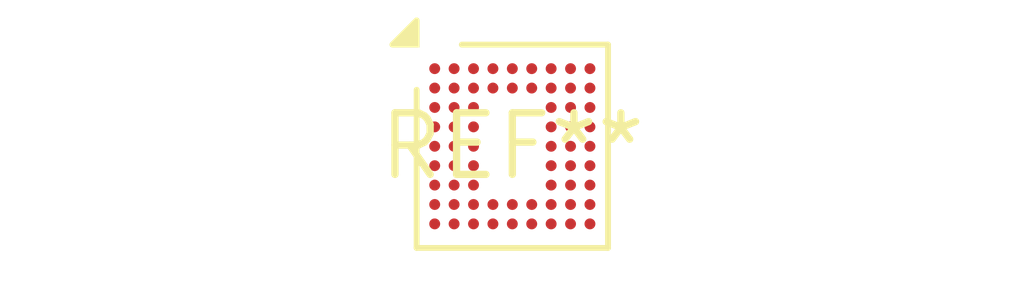
<source format=kicad_pcb>
(kicad_pcb (version 20240108) (generator pcbnew)
  (layers (0 "F.Cu" signal) (31 "B.Cu" signal) (34 "B.Paste" user) (35 "F.Paste" user) (36 "B.SilkS" user "B.Silkscreen") (37 "F.SilkS" user "F.Silkscreen") (38 "B.Mask" user) (39 "F.Mask" user) (44 "Edge.Cuts" user))
  (net 0 "")
  (footprint "ST_WLCSP-66_Die411" (layer "F.Cu") (at 0 0)
    (property "Reference" "REF**")
    (property "Value" "ST_WLCSP-66_Die411")
    (fp_line (start -1.9725 2.0955) (end -1.9725 -1.16425) (layer "F.SilkS") (stroke (width 0.12)))
    (fp_line (start -1.04125 -2.0955) (end 1.9725 -2.0955) (layer "F.SilkS") (stroke (width 0.12)))
    (fp_line (start 1.9725 -2.0955) (end 1.9725 2.0955) (layer "F.SilkS") (stroke (width 0.12)))
    (fp_line (start 1.9725 2.0955) (end -1.9725 2.0955) (layer "F.SilkS") (stroke (width 0.12)))
    (fp_poly (pts (xy -1.9725 -2.0955) (xy -2.4725 -2.0955) (xy -1.9725 -2.5955) (xy -1.9725 -2.0955)) (layer "F.SilkS") (stroke (width 0.12)) (fill solid))
    (pad "A1" smd circle (at -1.6 -1.6) (size 0.225 0.225) (property pad_prop_bga) (layers "F.Cu" "F.Paste" "F.Mask"))
    (pad "A2" smd circle (at -1.2 -1.6) (size 0.225 0.225) (property pad_prop_bga) (layers "F.Cu" "F.Paste" "F.Mask"))
    (pad "A3" smd circle (at -0.8 -1.6) (size 0.225 0.225) (property pad_prop_bga) (layers "F.Cu" "F.Paste" "F.Mask"))
    (pad "A4" smd circle (at -0.4 -1.6) (size 0.225 0.225) (property pad_prop_bga) (layers "F.Cu" "F.Paste" "F.Mask"))
    (pad "A5" smd circle (at 0 -1.6) (size 0.225 0.225) (property pad_prop_bga) (layers "F.Cu" "F.Paste" "F.Mask"))
    (pad "A6" smd circle (at 0.4 -1.6) (size 0.225 0.225) (property pad_prop_bga) (layers "F.Cu" "F.Paste" "F.Mask"))
    (pad "A7" smd circle (at 0.8 -1.6) (size 0.225 0.225) (property pad_prop_bga) (layers "F.Cu" "F.Paste" "F.Mask"))
    (pad "A8" smd circle (at 1.2 -1.6) (size 0.225 0.225) (property pad_prop_bga) (layers "F.Cu" "F.Paste" "F.Mask"))
    (pad "A9" smd circle (at 1.6 -1.6) (size 0.225 0.225) (property pad_prop_bga) (layers "F.Cu" "F.Paste" "F.Mask"))
    (pad "B1" smd circle (at -1.6 -1.2) (size 0.225 0.225) (property pad_prop_bga) (layers "F.Cu" "F.Paste" "F.Mask"))
    (pad "B2" smd circle (at -1.2 -1.2) (size 0.225 0.225) (property pad_prop_bga) (layers "F.Cu" "F.Paste" "F.Mask"))
    (pad "B3" smd circle (at -0.8 -1.2) (size 0.225 0.225) (property pad_prop_bga) (layers "F.Cu" "F.Paste" "F.Mask"))
    (pad "B4" smd circle (at -0.4 -1.2) (size 0.225 0.225) (property pad_prop_bga) (layers "F.Cu" "F.Paste" "F.Mask"))
    (pad "B5" smd circle (at 0 -1.2) (size 0.225 0.225) (property pad_prop_bga) (layers "F.Cu" "F.Paste" "F.Mask"))
    (pad "B6" smd circle (at 0.4 -1.2) (size 0.225 0.225) (property pad_prop_bga) (layers "F.Cu" "F.Paste" "F.Mask"))
    (pad "B7" smd circle (at 0.8 -1.2) (size 0.225 0.225) (property pad_prop_bga) (layers "F.Cu" "F.Paste" "F.Mask"))
    (pad "B8" smd circle (at 1.2 -1.2) (size 0.225 0.225) (property pad_prop_bga) (layers "F.Cu" "F.Paste" "F.Mask"))
    (pad "B9" smd circle (at 1.6 -1.2) (size 0.225 0.225) (property pad_prop_bga) (layers "F.Cu" "F.Paste" "F.Mask"))
    (pad "C1" smd circle (at -1.6 -0.8) (size 0.225 0.225) (property pad_prop_bga) (layers "F.Cu" "F.Paste" "F.Mask"))
    (pad "C2" smd circle (at -1.2 -0.8) (size 0.225 0.225) (property pad_prop_bga) (layers "F.Cu" "F.Paste" "F.Mask"))
    (pad "C3" smd circle (at -0.8 -0.8) (size 0.225 0.225) (property pad_prop_bga) (layers "F.Cu" "F.Paste" "F.Mask"))
    (pad "C7" smd circle (at 0.8 -0.8) (size 0.225 0.225) (property pad_prop_bga) (layers "F.Cu" "F.Paste" "F.Mask"))
    (pad "C8" smd circle (at 1.2 -0.8) (size 0.225 0.225) (property pad_prop_bga) (layers "F.Cu" "F.Paste" "F.Mask"))
    (pad "C9" smd circle (at 1.6 -0.8) (size 0.225 0.225) (property pad_prop_bga) (layers "F.Cu" "F.Paste" "F.Mask"))
    (pad "D1" smd circle (at -1.6 -0.4) (size 0.225 0.225) (property pad_prop_bga) (layers "F.Cu" "F.Paste" "F.Mask"))
    (pad "D2" smd circle (at -1.2 -0.4) (size 0.225 0.225) (property pad_prop_bga) (layers "F.Cu" "F.Paste" "F.Mask"))
    (pad "D3" smd circle (at -0.8 -0.4) (size 0.225 0.225) (property pad_prop_bga) (layers "F.Cu" "F.Paste" "F.Mask"))
    (pad "D7" smd circle (at 0.8 -0.4) (size 0.225 0.225) (property pad_prop_bga) (layers "F.Cu" "F.Paste" "F.Mask"))
    (pad "D8" smd circle (at 1.2 -0.4) (size 0.225 0.225) (property pad_prop_bga) (layers "F.Cu" "F.Paste" "F.Mask"))
    (pad "D9" smd circle (at 1.6 -0.4) (size 0.225 0.225) (property pad_prop_bga) (layers "F.Cu" "F.Paste" "F.Mask"))
    (pad "E1" smd circle (at -1.6 0) (size 0.225 0.225) (property pad_prop_bga) (layers "F.Cu" "F.Paste" "F.Mask"))
    (pad "E2" smd circle (at -1.2 0) (size 0.225 0.225) (property pad_prop_bga) (layers "F.Cu" "F.Paste" "F.Mask"))
    (pad "E3" smd circle (at -0.8 0) (size 0.225 0.225) (property pad_prop_bga) (layers "F.Cu" "F.Paste" "F.Mask"))
    (pad "E7" smd circle (at 0.8 0) (size 0.225 0.225) (property pad_prop_bga) (layers "F.Cu" "F.Paste" "F.Mask"))
    (pad "E8" smd circle (at 1.2 0) (size 0.225 0.225) (property pad_prop_bga) (layers "F.Cu" "F.Paste" "F.Mask"))
    (pad "E9" smd circle (at 1.6 0) (size 0.225 0.225) (property pad_prop_bga) (layers "F.Cu" "F.Paste" "F.Mask"))
    (pad "F1" smd circle (at -1.6 0.4) (size 0.225 0.225) (property pad_prop_bga) (layers "F.Cu" "F.Paste" "F.Mask"))
    (pad "F2" smd circle (at -1.2 0.4) (size 0.225 0.225) (property pad_prop_bga) (layers "F.Cu" "F.Paste" "F.Mask"))
    (pad "F3" smd circle (at -0.8 0.4) (size 0.225 0.225) (property pad_prop_bga) (layers "F.Cu" "F.Paste" "F.Mask"))
    (pad "F7" smd circle (at 0.8 0.4) (size 0.225 0.225) (property pad_prop_bga) (layers "F.Cu" "F.Paste" "F.Mask"))
    (pad "F8" smd circle (at 1.2 0.4) (size 0.225 0.225) (property pad_prop_bga) (layers "F.Cu" "F.Paste" "F.Mask"))
    (pad "F9" smd circle (at 1.6 0.4) (size 0.225 0.225) (property pad_prop_bga) (layers "F.Cu" "F.Paste" "F.Mask"))
    (pad "G1" smd circle (at -1.6 0.8) (size 0.225 0.225) (property pad_prop_bga) (layers "F.Cu" "F.Paste" "F.Mask"))
    (pad "G2" smd circle (at -1.2 0.8) (size 0.225 0.225) (property pad_prop_bga) (layers "F.Cu" "F.Paste" "F.Mask"))
    (pad "G3" smd circle (at -0.8 0.8) (size 0.225 0.225) (property pad_prop_bga) (layers "F.Cu" "F.Paste" "F.Mask"))
    (pad "G7" smd circle (at 0.8 0.8) (size 0.225 0.225) (property pad_prop_bga) (layers "F.Cu" "F.Paste" "F.Mask"))
    (pad "G8" smd circle (at 1.2 0.8) (size 0.225 0.225) (property pad_prop_bga) (layers "F.Cu" "F.Paste" "F.Mask"))
    (pad "G9" smd circle (at 1.6 0.8) (size 0.225 0.225) (property pad_prop_bga) (layers "F.Cu" "F.Paste" "F.Mask"))
    (pad "H1" smd circle (at -1.6 1.2) (size 0.225 0.225) (property pad_prop_bga) (layers "F.Cu" "F.Paste" "F.Mask"))
    (pad "H2" smd circle (at -1.2 1.2) (size 0.225 0.225) (property pad_prop_bga) (layers "F.Cu" "F.Paste" "F.Mask"))
    (pad "H3" smd circle (at -0.8 1.2) (size 0.225 0.225) (property pad_prop_bga) (layers "F.Cu" "F.Paste" "F.Mask"))
    (pad "H4" smd circle (at -0.4 1.2) (size 0.225 0.225) (property pad_prop_bga) (layers "F.Cu" "F.Paste" "F.Mask"))
    (pad "H5" smd circle (at 0 1.2) (size 0.225 0.225) (property pad_prop_bga) (layers "F.Cu" "F.Paste" "F.Mask"))
    (pad "H6" smd circle (at 0.4 1.2) (size 0.225 0.225) (property pad_prop_bga) (layers "F.Cu" "F.Paste" "F.Mask"))
    (pad "H7" smd circle (at 0.8 1.2) (size 0.225 0.225) (property pad_prop_bga) (layers "F.Cu" "F.Paste" "F.Mask"))
    (pad "H8" smd circle (at 1.2 1.2) (size 0.225 0.225) (property pad_prop_bga) (layers "F.Cu" "F.Paste" "F.Mask"))
    (pad "H9" smd circle (at 1.6 1.2) (size 0.225 0.225) (property pad_prop_bga) (layers "F.Cu" "F.Paste" "F.Mask"))
    (pad "J1" smd circle (at -1.6 1.6) (size 0.225 0.225) (property pad_prop_bga) (layers "F.Cu" "F.Paste" "F.Mask"))
    (pad "J2" smd circle (at -1.2 1.6) (size 0.225 0.225) (property pad_prop_bga) (layers "F.Cu" "F.Paste" "F.Mask"))
    (pad "J3" smd circle (at -0.8 1.6) (size 0.225 0.225) (property pad_prop_bga) (layers "F.Cu" "F.Paste" "F.Mask"))
    (pad "J4" smd circle (at -0.4 1.6) (size 0.225 0.225) (property pad_prop_bga) (layers "F.Cu" "F.Paste" "F.Mask"))
    (pad "J5" smd circle (at 0 1.6) (size 0.225 0.225) (property pad_prop_bga) (layers "F.Cu" "F.Paste" "F.Mask"))
    (pad "J6" smd circle (at 0.4 1.6) (size 0.225 0.225) (property pad_prop_bga) (layers "F.Cu" "F.Paste" "F.Mask"))
    (pad "J7" smd circle (at 0.8 1.6) (size 0.225 0.225) (property pad_prop_bga) (layers "F.Cu" "F.Paste" "F.Mask"))
    (pad "J8" smd circle (at 1.2 1.6) (size 0.225 0.225) (property pad_prop_bga) (layers "F.Cu" "F.Paste" "F.Mask"))
    (pad "J9" smd circle (at 1.6 1.6) (size 0.225 0.225) (property pad_prop_bga) (layers "F.Cu" "F.Paste" "F.Mask"))
  )
)
</source>
